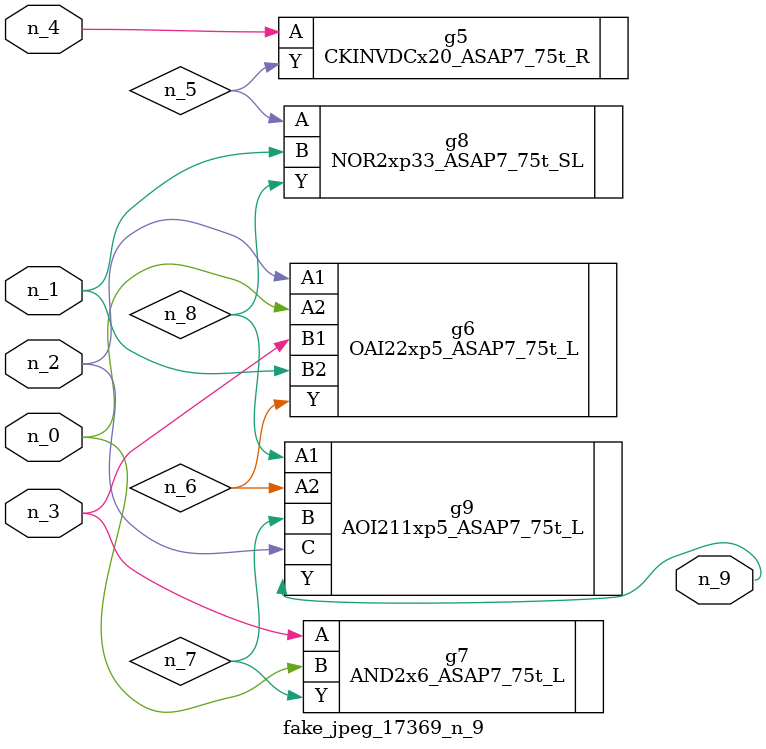
<source format=v>
module fake_jpeg_17369_n_9 (n_3, n_2, n_1, n_0, n_4, n_9);

input n_3;
input n_2;
input n_1;
input n_0;
input n_4;

output n_9;

wire n_8;
wire n_6;
wire n_5;
wire n_7;

CKINVDCx20_ASAP7_75t_R g5 ( 
.A(n_4),
.Y(n_5)
);

OAI22xp5_ASAP7_75t_L g6 ( 
.A1(n_2),
.A2(n_0),
.B1(n_3),
.B2(n_1),
.Y(n_6)
);

AND2x6_ASAP7_75t_L g7 ( 
.A(n_3),
.B(n_0),
.Y(n_7)
);

NOR2xp33_ASAP7_75t_SL g8 ( 
.A(n_5),
.B(n_1),
.Y(n_8)
);

AOI211xp5_ASAP7_75t_L g9 ( 
.A1(n_8),
.A2(n_6),
.B(n_7),
.C(n_2),
.Y(n_9)
);


endmodule
</source>
